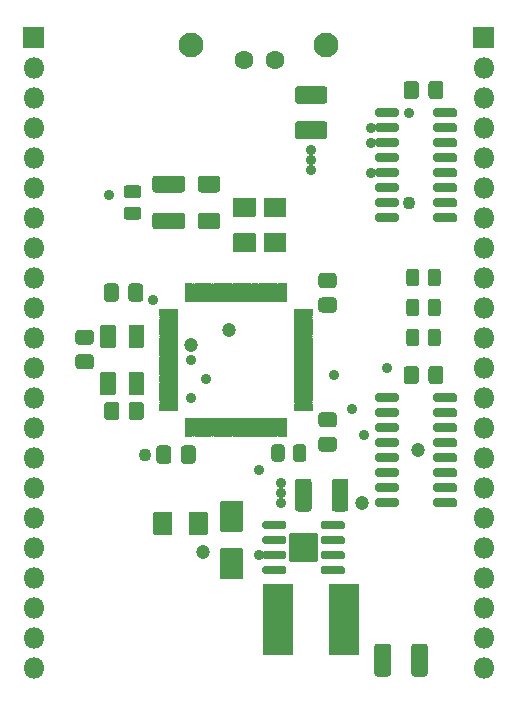
<source format=gbr>
%TF.GenerationSoftware,KiCad,Pcbnew,(5.1.7)-1*%
%TF.CreationDate,2021-01-12T16:12:08+01:00*%
%TF.ProjectId,slckb,736c636b-622e-46b6-9963-61645f706362,rev?*%
%TF.SameCoordinates,Original*%
%TF.FileFunction,Soldermask,Top*%
%TF.FilePolarity,Negative*%
%FSLAX46Y46*%
G04 Gerber Fmt 4.6, Leading zero omitted, Abs format (unit mm)*
G04 Created by KiCad (PCBNEW (5.1.7)-1) date 2021-01-12 16:12:08*
%MOMM*%
%LPD*%
G01*
G04 APERTURE LIST*
%ADD10O,1.800000X1.800000*%
%ADD11C,2.100000*%
%ADD12C,1.600000*%
%ADD13C,0.900000*%
%ADD14C,1.100000*%
%ADD15C,1.200000*%
%ADD16C,0.100000*%
G04 APERTURE END LIST*
G36*
G01*
X204070000Y-81411276D02*
X204070000Y-82418724D01*
G75*
G02*
X203798724Y-82690000I-271276J0D01*
G01*
X203066276Y-82690000D01*
G75*
G02*
X202795000Y-82418724I0J271276D01*
G01*
X202795000Y-81411276D01*
G75*
G02*
X203066276Y-81140000I271276J0D01*
G01*
X203798724Y-81140000D01*
G75*
G02*
X204070000Y-81411276I0J-271276D01*
G01*
G37*
G36*
G01*
X206145000Y-81411276D02*
X206145000Y-82418724D01*
G75*
G02*
X205873724Y-82690000I-271276J0D01*
G01*
X205141276Y-82690000D01*
G75*
G02*
X204870000Y-82418724I0J271276D01*
G01*
X204870000Y-81411276D01*
G75*
G02*
X205141276Y-81140000I271276J0D01*
G01*
X205873724Y-81140000D01*
G75*
G02*
X206145000Y-81411276I0J-271276D01*
G01*
G37*
G36*
G01*
X204820000Y-79215612D02*
X204820000Y-78264388D01*
G75*
G02*
X205094388Y-77990000I274388J0D01*
G01*
X205670612Y-77990000D01*
G75*
G02*
X205945000Y-78264388I0J-274388D01*
G01*
X205945000Y-79215612D01*
G75*
G02*
X205670612Y-79490000I-274388J0D01*
G01*
X205094388Y-79490000D01*
G75*
G02*
X204820000Y-79215612I0J274388D01*
G01*
G37*
G36*
G01*
X202995000Y-79215612D02*
X202995000Y-78264388D01*
G75*
G02*
X203269388Y-77990000I274388J0D01*
G01*
X203845612Y-77990000D01*
G75*
G02*
X204120000Y-78264388I0J-274388D01*
G01*
X204120000Y-79215612D01*
G75*
G02*
X203845612Y-79490000I-274388J0D01*
G01*
X203269388Y-79490000D01*
G75*
G02*
X202995000Y-79215612I0J274388D01*
G01*
G37*
G36*
G01*
X204820000Y-76675612D02*
X204820000Y-75724388D01*
G75*
G02*
X205094388Y-75450000I274388J0D01*
G01*
X205670612Y-75450000D01*
G75*
G02*
X205945000Y-75724388I0J-274388D01*
G01*
X205945000Y-76675612D01*
G75*
G02*
X205670612Y-76950000I-274388J0D01*
G01*
X205094388Y-76950000D01*
G75*
G02*
X204820000Y-76675612I0J274388D01*
G01*
G37*
G36*
G01*
X202995000Y-76675612D02*
X202995000Y-75724388D01*
G75*
G02*
X203269388Y-75450000I274388J0D01*
G01*
X203845612Y-75450000D01*
G75*
G02*
X204120000Y-75724388I0J-274388D01*
G01*
X204120000Y-76675612D01*
G75*
G02*
X203845612Y-76950000I-274388J0D01*
G01*
X203269388Y-76950000D01*
G75*
G02*
X202995000Y-76675612I0J274388D01*
G01*
G37*
G36*
G01*
X204820000Y-74135612D02*
X204820000Y-73184388D01*
G75*
G02*
X205094388Y-72910000I274388J0D01*
G01*
X205670612Y-72910000D01*
G75*
G02*
X205945000Y-73184388I0J-274388D01*
G01*
X205945000Y-74135612D01*
G75*
G02*
X205670612Y-74410000I-274388J0D01*
G01*
X205094388Y-74410000D01*
G75*
G02*
X204820000Y-74135612I0J274388D01*
G01*
G37*
G36*
G01*
X202995000Y-74135612D02*
X202995000Y-73184388D01*
G75*
G02*
X203269388Y-72910000I274388J0D01*
G01*
X203845612Y-72910000D01*
G75*
G02*
X204120000Y-73184388I0J-274388D01*
G01*
X204120000Y-74135612D01*
G75*
G02*
X203845612Y-74410000I-274388J0D01*
G01*
X203269388Y-74410000D01*
G75*
G02*
X202995000Y-74135612I0J274388D01*
G01*
G37*
G36*
G01*
X179356388Y-65835000D02*
X180307612Y-65835000D01*
G75*
G02*
X180582000Y-66109388I0J-274388D01*
G01*
X180582000Y-66685612D01*
G75*
G02*
X180307612Y-66960000I-274388J0D01*
G01*
X179356388Y-66960000D01*
G75*
G02*
X179082000Y-66685612I0J274388D01*
G01*
X179082000Y-66109388D01*
G75*
G02*
X179356388Y-65835000I274388J0D01*
G01*
G37*
G36*
G01*
X179356388Y-67660000D02*
X180307612Y-67660000D01*
G75*
G02*
X180582000Y-67934388I0J-274388D01*
G01*
X180582000Y-68510612D01*
G75*
G02*
X180307612Y-68785000I-274388J0D01*
G01*
X179356388Y-68785000D01*
G75*
G02*
X179082000Y-68510612I0J274388D01*
G01*
X179082000Y-67934388D01*
G75*
G02*
X179356388Y-67660000I274388J0D01*
G01*
G37*
G36*
G01*
X192713500Y-88043388D02*
X192713500Y-88994612D01*
G75*
G02*
X192439112Y-89269000I-274388J0D01*
G01*
X191862888Y-89269000D01*
G75*
G02*
X191588500Y-88994612I0J274388D01*
G01*
X191588500Y-88043388D01*
G75*
G02*
X191862888Y-87769000I274388J0D01*
G01*
X192439112Y-87769000D01*
G75*
G02*
X192713500Y-88043388I0J-274388D01*
G01*
G37*
G36*
G01*
X194538500Y-88043388D02*
X194538500Y-88994612D01*
G75*
G02*
X194264112Y-89269000I-274388J0D01*
G01*
X193687888Y-89269000D01*
G75*
G02*
X193413500Y-88994612I0J274388D01*
G01*
X193413500Y-88043388D01*
G75*
G02*
X193687888Y-87769000I274388J0D01*
G01*
X194264112Y-87769000D01*
G75*
G02*
X194538500Y-88043388I0J-274388D01*
G01*
G37*
D10*
X209550000Y-106680000D03*
X209550000Y-104140000D03*
X209550000Y-101600000D03*
X209550000Y-99060000D03*
X209550000Y-96520000D03*
X209550000Y-93980000D03*
X209550000Y-91440000D03*
X209550000Y-88900000D03*
X209550000Y-86360000D03*
X209550000Y-83820000D03*
X209550000Y-81280000D03*
X209550000Y-78740000D03*
X209550000Y-76200000D03*
X209550000Y-73660000D03*
X209550000Y-71120000D03*
X209550000Y-68580000D03*
X209550000Y-66040000D03*
X209550000Y-63500000D03*
X209550000Y-60960000D03*
X209550000Y-58420000D03*
X209550000Y-55880000D03*
G36*
G01*
X208650000Y-54190000D02*
X208650000Y-52490000D01*
G75*
G02*
X208700000Y-52440000I50000J0D01*
G01*
X210400000Y-52440000D01*
G75*
G02*
X210450000Y-52490000I0J-50000D01*
G01*
X210450000Y-54190000D01*
G75*
G02*
X210400000Y-54240000I-50000J0D01*
G01*
X208700000Y-54240000D01*
G75*
G02*
X208650000Y-54190000I0J50000D01*
G01*
G37*
X171450000Y-106680000D03*
X171450000Y-104140000D03*
X171450000Y-101600000D03*
X171450000Y-99060000D03*
X171450000Y-96520000D03*
X171450000Y-93980000D03*
X171450000Y-91440000D03*
X171450000Y-88900000D03*
X171450000Y-86360000D03*
X171450000Y-83820000D03*
X171450000Y-81280000D03*
X171450000Y-78740000D03*
X171450000Y-76200000D03*
X171450000Y-73660000D03*
X171450000Y-71120000D03*
X171450000Y-68580000D03*
X171450000Y-66040000D03*
X171450000Y-63500000D03*
X171450000Y-60960000D03*
X171450000Y-58420000D03*
X171450000Y-55880000D03*
G36*
G01*
X170550000Y-54190000D02*
X170550000Y-52490000D01*
G75*
G02*
X170600000Y-52440000I50000J0D01*
G01*
X172300000Y-52440000D01*
G75*
G02*
X172350000Y-52490000I0J-50000D01*
G01*
X172350000Y-54190000D01*
G75*
G02*
X172300000Y-54240000I-50000J0D01*
G01*
X170600000Y-54240000D01*
G75*
G02*
X170550000Y-54190000I0J50000D01*
G01*
G37*
G36*
G01*
X184596000Y-95388000D02*
X184596000Y-93588000D01*
G75*
G02*
X184646000Y-93538000I50000J0D01*
G01*
X186146000Y-93538000D01*
G75*
G02*
X186196000Y-93588000I0J-50000D01*
G01*
X186196000Y-95388000D01*
G75*
G02*
X186146000Y-95438000I-50000J0D01*
G01*
X184646000Y-95438000D01*
G75*
G02*
X184596000Y-95388000I0J50000D01*
G01*
G37*
G36*
G01*
X181596000Y-95388000D02*
X181596000Y-93588000D01*
G75*
G02*
X181646000Y-93538000I50000J0D01*
G01*
X183146000Y-93538000D01*
G75*
G02*
X183196000Y-93588000I0J-50000D01*
G01*
X183196000Y-95388000D01*
G75*
G02*
X183146000Y-95438000I-50000J0D01*
G01*
X181646000Y-95438000D01*
G75*
G02*
X181596000Y-95388000I0J50000D01*
G01*
G37*
G36*
G01*
X193445000Y-99666000D02*
X193445000Y-105566000D01*
G75*
G02*
X193395000Y-105616000I-50000J0D01*
G01*
X190945000Y-105616000D01*
G75*
G02*
X190895000Y-105566000I0J50000D01*
G01*
X190895000Y-99666000D01*
G75*
G02*
X190945000Y-99616000I50000J0D01*
G01*
X193395000Y-99616000D01*
G75*
G02*
X193445000Y-99666000I0J-50000D01*
G01*
G37*
G36*
G01*
X198995000Y-99666000D02*
X198995000Y-105566000D01*
G75*
G02*
X198945000Y-105616000I-50000J0D01*
G01*
X196495000Y-105616000D01*
G75*
G02*
X196445000Y-105566000I0J50000D01*
G01*
X196445000Y-99666000D01*
G75*
G02*
X196495000Y-99616000I50000J0D01*
G01*
X198945000Y-99616000D01*
G75*
G02*
X198995000Y-99666000I0J-50000D01*
G01*
G37*
G36*
G01*
X187314000Y-96585000D02*
X189114000Y-96585000D01*
G75*
G02*
X189164000Y-96635000I0J-50000D01*
G01*
X189164000Y-99135000D01*
G75*
G02*
X189114000Y-99185000I-50000J0D01*
G01*
X187314000Y-99185000D01*
G75*
G02*
X187264000Y-99135000I0J50000D01*
G01*
X187264000Y-96635000D01*
G75*
G02*
X187314000Y-96585000I50000J0D01*
G01*
G37*
G36*
G01*
X187314000Y-92585000D02*
X189114000Y-92585000D01*
G75*
G02*
X189164000Y-92635000I0J-50000D01*
G01*
X189164000Y-95135000D01*
G75*
G02*
X189114000Y-95185000I-50000J0D01*
G01*
X187314000Y-95185000D01*
G75*
G02*
X187264000Y-95135000I0J50000D01*
G01*
X187264000Y-92635000D01*
G75*
G02*
X187314000Y-92585000I50000J0D01*
G01*
G37*
G36*
G01*
X203415000Y-107176135D02*
X203415000Y-104913865D01*
G75*
G02*
X203683865Y-104645000I268865J0D01*
G01*
X204571135Y-104645000D01*
G75*
G02*
X204840000Y-104913865I0J-268865D01*
G01*
X204840000Y-107176135D01*
G75*
G02*
X204571135Y-107445000I-268865J0D01*
G01*
X203683865Y-107445000D01*
G75*
G02*
X203415000Y-107176135I0J268865D01*
G01*
G37*
G36*
G01*
X200290000Y-107176135D02*
X200290000Y-104913865D01*
G75*
G02*
X200558865Y-104645000I268865J0D01*
G01*
X201446135Y-104645000D01*
G75*
G02*
X201715000Y-104913865I0J-268865D01*
G01*
X201715000Y-107176135D01*
G75*
G02*
X201446135Y-107445000I-268865J0D01*
G01*
X200558865Y-107445000D01*
G75*
G02*
X200290000Y-107176135I0J268865D01*
G01*
G37*
D11*
X184785000Y-53975000D03*
X196215000Y-53975000D03*
G36*
G01*
X205285000Y-83995000D02*
X205285000Y-83645000D01*
G75*
G02*
X205460000Y-83470000I175000J0D01*
G01*
X207160000Y-83470000D01*
G75*
G02*
X207335000Y-83645000I0J-175000D01*
G01*
X207335000Y-83995000D01*
G75*
G02*
X207160000Y-84170000I-175000J0D01*
G01*
X205460000Y-84170000D01*
G75*
G02*
X205285000Y-83995000I0J175000D01*
G01*
G37*
G36*
G01*
X205285000Y-85265000D02*
X205285000Y-84915000D01*
G75*
G02*
X205460000Y-84740000I175000J0D01*
G01*
X207160000Y-84740000D01*
G75*
G02*
X207335000Y-84915000I0J-175000D01*
G01*
X207335000Y-85265000D01*
G75*
G02*
X207160000Y-85440000I-175000J0D01*
G01*
X205460000Y-85440000D01*
G75*
G02*
X205285000Y-85265000I0J175000D01*
G01*
G37*
G36*
G01*
X205285000Y-86535000D02*
X205285000Y-86185000D01*
G75*
G02*
X205460000Y-86010000I175000J0D01*
G01*
X207160000Y-86010000D01*
G75*
G02*
X207335000Y-86185000I0J-175000D01*
G01*
X207335000Y-86535000D01*
G75*
G02*
X207160000Y-86710000I-175000J0D01*
G01*
X205460000Y-86710000D01*
G75*
G02*
X205285000Y-86535000I0J175000D01*
G01*
G37*
G36*
G01*
X205285000Y-87805000D02*
X205285000Y-87455000D01*
G75*
G02*
X205460000Y-87280000I175000J0D01*
G01*
X207160000Y-87280000D01*
G75*
G02*
X207335000Y-87455000I0J-175000D01*
G01*
X207335000Y-87805000D01*
G75*
G02*
X207160000Y-87980000I-175000J0D01*
G01*
X205460000Y-87980000D01*
G75*
G02*
X205285000Y-87805000I0J175000D01*
G01*
G37*
G36*
G01*
X205285000Y-89075000D02*
X205285000Y-88725000D01*
G75*
G02*
X205460000Y-88550000I175000J0D01*
G01*
X207160000Y-88550000D01*
G75*
G02*
X207335000Y-88725000I0J-175000D01*
G01*
X207335000Y-89075000D01*
G75*
G02*
X207160000Y-89250000I-175000J0D01*
G01*
X205460000Y-89250000D01*
G75*
G02*
X205285000Y-89075000I0J175000D01*
G01*
G37*
G36*
G01*
X205285000Y-90345000D02*
X205285000Y-89995000D01*
G75*
G02*
X205460000Y-89820000I175000J0D01*
G01*
X207160000Y-89820000D01*
G75*
G02*
X207335000Y-89995000I0J-175000D01*
G01*
X207335000Y-90345000D01*
G75*
G02*
X207160000Y-90520000I-175000J0D01*
G01*
X205460000Y-90520000D01*
G75*
G02*
X205285000Y-90345000I0J175000D01*
G01*
G37*
G36*
G01*
X205285000Y-91615000D02*
X205285000Y-91265000D01*
G75*
G02*
X205460000Y-91090000I175000J0D01*
G01*
X207160000Y-91090000D01*
G75*
G02*
X207335000Y-91265000I0J-175000D01*
G01*
X207335000Y-91615000D01*
G75*
G02*
X207160000Y-91790000I-175000J0D01*
G01*
X205460000Y-91790000D01*
G75*
G02*
X205285000Y-91615000I0J175000D01*
G01*
G37*
G36*
G01*
X205285000Y-92885000D02*
X205285000Y-92535000D01*
G75*
G02*
X205460000Y-92360000I175000J0D01*
G01*
X207160000Y-92360000D01*
G75*
G02*
X207335000Y-92535000I0J-175000D01*
G01*
X207335000Y-92885000D01*
G75*
G02*
X207160000Y-93060000I-175000J0D01*
G01*
X205460000Y-93060000D01*
G75*
G02*
X205285000Y-92885000I0J175000D01*
G01*
G37*
G36*
G01*
X200335000Y-92885000D02*
X200335000Y-92535000D01*
G75*
G02*
X200510000Y-92360000I175000J0D01*
G01*
X202210000Y-92360000D01*
G75*
G02*
X202385000Y-92535000I0J-175000D01*
G01*
X202385000Y-92885000D01*
G75*
G02*
X202210000Y-93060000I-175000J0D01*
G01*
X200510000Y-93060000D01*
G75*
G02*
X200335000Y-92885000I0J175000D01*
G01*
G37*
G36*
G01*
X200335000Y-91615000D02*
X200335000Y-91265000D01*
G75*
G02*
X200510000Y-91090000I175000J0D01*
G01*
X202210000Y-91090000D01*
G75*
G02*
X202385000Y-91265000I0J-175000D01*
G01*
X202385000Y-91615000D01*
G75*
G02*
X202210000Y-91790000I-175000J0D01*
G01*
X200510000Y-91790000D01*
G75*
G02*
X200335000Y-91615000I0J175000D01*
G01*
G37*
G36*
G01*
X200335000Y-90345000D02*
X200335000Y-89995000D01*
G75*
G02*
X200510000Y-89820000I175000J0D01*
G01*
X202210000Y-89820000D01*
G75*
G02*
X202385000Y-89995000I0J-175000D01*
G01*
X202385000Y-90345000D01*
G75*
G02*
X202210000Y-90520000I-175000J0D01*
G01*
X200510000Y-90520000D01*
G75*
G02*
X200335000Y-90345000I0J175000D01*
G01*
G37*
G36*
G01*
X200335000Y-89075000D02*
X200335000Y-88725000D01*
G75*
G02*
X200510000Y-88550000I175000J0D01*
G01*
X202210000Y-88550000D01*
G75*
G02*
X202385000Y-88725000I0J-175000D01*
G01*
X202385000Y-89075000D01*
G75*
G02*
X202210000Y-89250000I-175000J0D01*
G01*
X200510000Y-89250000D01*
G75*
G02*
X200335000Y-89075000I0J175000D01*
G01*
G37*
G36*
G01*
X200335000Y-87805000D02*
X200335000Y-87455000D01*
G75*
G02*
X200510000Y-87280000I175000J0D01*
G01*
X202210000Y-87280000D01*
G75*
G02*
X202385000Y-87455000I0J-175000D01*
G01*
X202385000Y-87805000D01*
G75*
G02*
X202210000Y-87980000I-175000J0D01*
G01*
X200510000Y-87980000D01*
G75*
G02*
X200335000Y-87805000I0J175000D01*
G01*
G37*
G36*
G01*
X200335000Y-86535000D02*
X200335000Y-86185000D01*
G75*
G02*
X200510000Y-86010000I175000J0D01*
G01*
X202210000Y-86010000D01*
G75*
G02*
X202385000Y-86185000I0J-175000D01*
G01*
X202385000Y-86535000D01*
G75*
G02*
X202210000Y-86710000I-175000J0D01*
G01*
X200510000Y-86710000D01*
G75*
G02*
X200335000Y-86535000I0J175000D01*
G01*
G37*
G36*
G01*
X200335000Y-85265000D02*
X200335000Y-84915000D01*
G75*
G02*
X200510000Y-84740000I175000J0D01*
G01*
X202210000Y-84740000D01*
G75*
G02*
X202385000Y-84915000I0J-175000D01*
G01*
X202385000Y-85265000D01*
G75*
G02*
X202210000Y-85440000I-175000J0D01*
G01*
X200510000Y-85440000D01*
G75*
G02*
X200335000Y-85265000I0J175000D01*
G01*
G37*
G36*
G01*
X200335000Y-83995000D02*
X200335000Y-83645000D01*
G75*
G02*
X200510000Y-83470000I175000J0D01*
G01*
X202210000Y-83470000D01*
G75*
G02*
X202385000Y-83645000I0J-175000D01*
G01*
X202385000Y-83995000D01*
G75*
G02*
X202210000Y-84170000I-175000J0D01*
G01*
X200510000Y-84170000D01*
G75*
G02*
X200335000Y-83995000I0J175000D01*
G01*
G37*
D12*
X189294999Y-55245000D03*
X191895001Y-55245000D03*
G36*
G01*
X183115000Y-88142276D02*
X183115000Y-89149724D01*
G75*
G02*
X182843724Y-89421000I-271276J0D01*
G01*
X182111276Y-89421000D01*
G75*
G02*
X181840000Y-89149724I0J271276D01*
G01*
X181840000Y-88142276D01*
G75*
G02*
X182111276Y-87871000I271276J0D01*
G01*
X182843724Y-87871000D01*
G75*
G02*
X183115000Y-88142276I0J-271276D01*
G01*
G37*
G36*
G01*
X185190000Y-88142276D02*
X185190000Y-89149724D01*
G75*
G02*
X184918724Y-89421000I-271276J0D01*
G01*
X184186276Y-89421000D01*
G75*
G02*
X183915000Y-89149724I0J271276D01*
G01*
X183915000Y-88142276D01*
G75*
G02*
X184186276Y-87871000I271276J0D01*
G01*
X184918724Y-87871000D01*
G75*
G02*
X185190000Y-88142276I0J-271276D01*
G01*
G37*
G36*
G01*
X196845724Y-74545000D02*
X195838276Y-74545000D01*
G75*
G02*
X195567000Y-74273724I0J271276D01*
G01*
X195567000Y-73541276D01*
G75*
G02*
X195838276Y-73270000I271276J0D01*
G01*
X196845724Y-73270000D01*
G75*
G02*
X197117000Y-73541276I0J-271276D01*
G01*
X197117000Y-74273724D01*
G75*
G02*
X196845724Y-74545000I-271276J0D01*
G01*
G37*
G36*
G01*
X196845724Y-76620000D02*
X195838276Y-76620000D01*
G75*
G02*
X195567000Y-76348724I0J271276D01*
G01*
X195567000Y-75616276D01*
G75*
G02*
X195838276Y-75345000I271276J0D01*
G01*
X196845724Y-75345000D01*
G75*
G02*
X197117000Y-75616276I0J-271276D01*
G01*
X197117000Y-76348724D01*
G75*
G02*
X196845724Y-76620000I-271276J0D01*
G01*
G37*
G36*
G01*
X178670000Y-74426276D02*
X178670000Y-75433724D01*
G75*
G02*
X178398724Y-75705000I-271276J0D01*
G01*
X177666276Y-75705000D01*
G75*
G02*
X177395000Y-75433724I0J271276D01*
G01*
X177395000Y-74426276D01*
G75*
G02*
X177666276Y-74155000I271276J0D01*
G01*
X178398724Y-74155000D01*
G75*
G02*
X178670000Y-74426276I0J-271276D01*
G01*
G37*
G36*
G01*
X180745000Y-74426276D02*
X180745000Y-75433724D01*
G75*
G02*
X180473724Y-75705000I-271276J0D01*
G01*
X179741276Y-75705000D01*
G75*
G02*
X179470000Y-75433724I0J271276D01*
G01*
X179470000Y-74426276D01*
G75*
G02*
X179741276Y-74155000I271276J0D01*
G01*
X180473724Y-74155000D01*
G75*
G02*
X180745000Y-74426276I0J-271276D01*
G01*
G37*
G36*
G01*
X195838276Y-87141000D02*
X196845724Y-87141000D01*
G75*
G02*
X197117000Y-87412276I0J-271276D01*
G01*
X197117000Y-88144724D01*
G75*
G02*
X196845724Y-88416000I-271276J0D01*
G01*
X195838276Y-88416000D01*
G75*
G02*
X195567000Y-88144724I0J271276D01*
G01*
X195567000Y-87412276D01*
G75*
G02*
X195838276Y-87141000I271276J0D01*
G01*
G37*
G36*
G01*
X195838276Y-85066000D02*
X196845724Y-85066000D01*
G75*
G02*
X197117000Y-85337276I0J-271276D01*
G01*
X197117000Y-86069724D01*
G75*
G02*
X196845724Y-86341000I-271276J0D01*
G01*
X195838276Y-86341000D01*
G75*
G02*
X195567000Y-86069724I0J271276D01*
G01*
X195567000Y-85337276D01*
G75*
G02*
X195838276Y-85066000I271276J0D01*
G01*
G37*
G36*
G01*
X204070000Y-57281276D02*
X204070000Y-58288724D01*
G75*
G02*
X203798724Y-58560000I-271276J0D01*
G01*
X203066276Y-58560000D01*
G75*
G02*
X202795000Y-58288724I0J271276D01*
G01*
X202795000Y-57281276D01*
G75*
G02*
X203066276Y-57010000I271276J0D01*
G01*
X203798724Y-57010000D01*
G75*
G02*
X204070000Y-57281276I0J-271276D01*
G01*
G37*
G36*
G01*
X206145000Y-57281276D02*
X206145000Y-58288724D01*
G75*
G02*
X205873724Y-58560000I-271276J0D01*
G01*
X205141276Y-58560000D01*
G75*
G02*
X204870000Y-58288724I0J271276D01*
G01*
X204870000Y-57281276D01*
G75*
G02*
X205141276Y-57010000I271276J0D01*
G01*
X205873724Y-57010000D01*
G75*
G02*
X206145000Y-57281276I0J-271276D01*
G01*
G37*
G36*
G01*
X178343000Y-83595000D02*
X177143000Y-83595000D01*
G75*
G02*
X177093000Y-83545000I0J50000D01*
G01*
X177093000Y-81745000D01*
G75*
G02*
X177143000Y-81695000I50000J0D01*
G01*
X178343000Y-81695000D01*
G75*
G02*
X178393000Y-81745000I0J-50000D01*
G01*
X178393000Y-83545000D01*
G75*
G02*
X178343000Y-83595000I-50000J0D01*
G01*
G37*
G36*
G01*
X178343000Y-79595000D02*
X177143000Y-79595000D01*
G75*
G02*
X177093000Y-79545000I0J50000D01*
G01*
X177093000Y-77745000D01*
G75*
G02*
X177143000Y-77695000I50000J0D01*
G01*
X178343000Y-77695000D01*
G75*
G02*
X178393000Y-77745000I0J-50000D01*
G01*
X178393000Y-79545000D01*
G75*
G02*
X178343000Y-79595000I-50000J0D01*
G01*
G37*
G36*
G01*
X180743000Y-79595000D02*
X179543000Y-79595000D01*
G75*
G02*
X179493000Y-79545000I0J50000D01*
G01*
X179493000Y-77745000D01*
G75*
G02*
X179543000Y-77695000I50000J0D01*
G01*
X180743000Y-77695000D01*
G75*
G02*
X180793000Y-77745000I0J-50000D01*
G01*
X180793000Y-79545000D01*
G75*
G02*
X180743000Y-79595000I-50000J0D01*
G01*
G37*
G36*
G01*
X180743000Y-83595000D02*
X179543000Y-83595000D01*
G75*
G02*
X179493000Y-83545000I0J50000D01*
G01*
X179493000Y-81745000D01*
G75*
G02*
X179543000Y-81695000I50000J0D01*
G01*
X180743000Y-81695000D01*
G75*
G02*
X180793000Y-81745000I0J-50000D01*
G01*
X180793000Y-83545000D01*
G75*
G02*
X180743000Y-83595000I-50000J0D01*
G01*
G37*
G36*
G01*
X192320000Y-74145000D02*
X192870000Y-74145000D01*
G75*
G02*
X192920000Y-74195000I0J-50000D01*
G01*
X192920000Y-75695000D01*
G75*
G02*
X192870000Y-75745000I-50000J0D01*
G01*
X192320000Y-75745000D01*
G75*
G02*
X192270000Y-75695000I0J50000D01*
G01*
X192270000Y-74195000D01*
G75*
G02*
X192320000Y-74145000I50000J0D01*
G01*
G37*
G36*
G01*
X191520000Y-74145000D02*
X192070000Y-74145000D01*
G75*
G02*
X192120000Y-74195000I0J-50000D01*
G01*
X192120000Y-75695000D01*
G75*
G02*
X192070000Y-75745000I-50000J0D01*
G01*
X191520000Y-75745000D01*
G75*
G02*
X191470000Y-75695000I0J50000D01*
G01*
X191470000Y-74195000D01*
G75*
G02*
X191520000Y-74145000I50000J0D01*
G01*
G37*
G36*
G01*
X190720000Y-74145000D02*
X191270000Y-74145000D01*
G75*
G02*
X191320000Y-74195000I0J-50000D01*
G01*
X191320000Y-75695000D01*
G75*
G02*
X191270000Y-75745000I-50000J0D01*
G01*
X190720000Y-75745000D01*
G75*
G02*
X190670000Y-75695000I0J50000D01*
G01*
X190670000Y-74195000D01*
G75*
G02*
X190720000Y-74145000I50000J0D01*
G01*
G37*
G36*
G01*
X189920000Y-74145000D02*
X190470000Y-74145000D01*
G75*
G02*
X190520000Y-74195000I0J-50000D01*
G01*
X190520000Y-75695000D01*
G75*
G02*
X190470000Y-75745000I-50000J0D01*
G01*
X189920000Y-75745000D01*
G75*
G02*
X189870000Y-75695000I0J50000D01*
G01*
X189870000Y-74195000D01*
G75*
G02*
X189920000Y-74145000I50000J0D01*
G01*
G37*
G36*
G01*
X189120000Y-74145000D02*
X189670000Y-74145000D01*
G75*
G02*
X189720000Y-74195000I0J-50000D01*
G01*
X189720000Y-75695000D01*
G75*
G02*
X189670000Y-75745000I-50000J0D01*
G01*
X189120000Y-75745000D01*
G75*
G02*
X189070000Y-75695000I0J50000D01*
G01*
X189070000Y-74195000D01*
G75*
G02*
X189120000Y-74145000I50000J0D01*
G01*
G37*
G36*
G01*
X188320000Y-74145000D02*
X188870000Y-74145000D01*
G75*
G02*
X188920000Y-74195000I0J-50000D01*
G01*
X188920000Y-75695000D01*
G75*
G02*
X188870000Y-75745000I-50000J0D01*
G01*
X188320000Y-75745000D01*
G75*
G02*
X188270000Y-75695000I0J50000D01*
G01*
X188270000Y-74195000D01*
G75*
G02*
X188320000Y-74145000I50000J0D01*
G01*
G37*
G36*
G01*
X187520000Y-74145000D02*
X188070000Y-74145000D01*
G75*
G02*
X188120000Y-74195000I0J-50000D01*
G01*
X188120000Y-75695000D01*
G75*
G02*
X188070000Y-75745000I-50000J0D01*
G01*
X187520000Y-75745000D01*
G75*
G02*
X187470000Y-75695000I0J50000D01*
G01*
X187470000Y-74195000D01*
G75*
G02*
X187520000Y-74145000I50000J0D01*
G01*
G37*
G36*
G01*
X186720000Y-74145000D02*
X187270000Y-74145000D01*
G75*
G02*
X187320000Y-74195000I0J-50000D01*
G01*
X187320000Y-75695000D01*
G75*
G02*
X187270000Y-75745000I-50000J0D01*
G01*
X186720000Y-75745000D01*
G75*
G02*
X186670000Y-75695000I0J50000D01*
G01*
X186670000Y-74195000D01*
G75*
G02*
X186720000Y-74145000I50000J0D01*
G01*
G37*
G36*
G01*
X185920000Y-74145000D02*
X186470000Y-74145000D01*
G75*
G02*
X186520000Y-74195000I0J-50000D01*
G01*
X186520000Y-75695000D01*
G75*
G02*
X186470000Y-75745000I-50000J0D01*
G01*
X185920000Y-75745000D01*
G75*
G02*
X185870000Y-75695000I0J50000D01*
G01*
X185870000Y-74195000D01*
G75*
G02*
X185920000Y-74145000I50000J0D01*
G01*
G37*
G36*
G01*
X185120000Y-74145000D02*
X185670000Y-74145000D01*
G75*
G02*
X185720000Y-74195000I0J-50000D01*
G01*
X185720000Y-75695000D01*
G75*
G02*
X185670000Y-75745000I-50000J0D01*
G01*
X185120000Y-75745000D01*
G75*
G02*
X185070000Y-75695000I0J50000D01*
G01*
X185070000Y-74195000D01*
G75*
G02*
X185120000Y-74145000I50000J0D01*
G01*
G37*
G36*
G01*
X184320000Y-74145000D02*
X184870000Y-74145000D01*
G75*
G02*
X184920000Y-74195000I0J-50000D01*
G01*
X184920000Y-75695000D01*
G75*
G02*
X184870000Y-75745000I-50000J0D01*
G01*
X184320000Y-75745000D01*
G75*
G02*
X184270000Y-75695000I0J50000D01*
G01*
X184270000Y-74195000D01*
G75*
G02*
X184320000Y-74145000I50000J0D01*
G01*
G37*
G36*
G01*
X182095000Y-76920000D02*
X182095000Y-76370000D01*
G75*
G02*
X182145000Y-76320000I50000J0D01*
G01*
X183645000Y-76320000D01*
G75*
G02*
X183695000Y-76370000I0J-50000D01*
G01*
X183695000Y-76920000D01*
G75*
G02*
X183645000Y-76970000I-50000J0D01*
G01*
X182145000Y-76970000D01*
G75*
G02*
X182095000Y-76920000I0J50000D01*
G01*
G37*
G36*
G01*
X182095000Y-77720000D02*
X182095000Y-77170000D01*
G75*
G02*
X182145000Y-77120000I50000J0D01*
G01*
X183645000Y-77120000D01*
G75*
G02*
X183695000Y-77170000I0J-50000D01*
G01*
X183695000Y-77720000D01*
G75*
G02*
X183645000Y-77770000I-50000J0D01*
G01*
X182145000Y-77770000D01*
G75*
G02*
X182095000Y-77720000I0J50000D01*
G01*
G37*
G36*
G01*
X182095000Y-78520000D02*
X182095000Y-77970000D01*
G75*
G02*
X182145000Y-77920000I50000J0D01*
G01*
X183645000Y-77920000D01*
G75*
G02*
X183695000Y-77970000I0J-50000D01*
G01*
X183695000Y-78520000D01*
G75*
G02*
X183645000Y-78570000I-50000J0D01*
G01*
X182145000Y-78570000D01*
G75*
G02*
X182095000Y-78520000I0J50000D01*
G01*
G37*
G36*
G01*
X182095000Y-79320000D02*
X182095000Y-78770000D01*
G75*
G02*
X182145000Y-78720000I50000J0D01*
G01*
X183645000Y-78720000D01*
G75*
G02*
X183695000Y-78770000I0J-50000D01*
G01*
X183695000Y-79320000D01*
G75*
G02*
X183645000Y-79370000I-50000J0D01*
G01*
X182145000Y-79370000D01*
G75*
G02*
X182095000Y-79320000I0J50000D01*
G01*
G37*
G36*
G01*
X182095000Y-80120000D02*
X182095000Y-79570000D01*
G75*
G02*
X182145000Y-79520000I50000J0D01*
G01*
X183645000Y-79520000D01*
G75*
G02*
X183695000Y-79570000I0J-50000D01*
G01*
X183695000Y-80120000D01*
G75*
G02*
X183645000Y-80170000I-50000J0D01*
G01*
X182145000Y-80170000D01*
G75*
G02*
X182095000Y-80120000I0J50000D01*
G01*
G37*
G36*
G01*
X182095000Y-80920000D02*
X182095000Y-80370000D01*
G75*
G02*
X182145000Y-80320000I50000J0D01*
G01*
X183645000Y-80320000D01*
G75*
G02*
X183695000Y-80370000I0J-50000D01*
G01*
X183695000Y-80920000D01*
G75*
G02*
X183645000Y-80970000I-50000J0D01*
G01*
X182145000Y-80970000D01*
G75*
G02*
X182095000Y-80920000I0J50000D01*
G01*
G37*
G36*
G01*
X182095000Y-81720000D02*
X182095000Y-81170000D01*
G75*
G02*
X182145000Y-81120000I50000J0D01*
G01*
X183645000Y-81120000D01*
G75*
G02*
X183695000Y-81170000I0J-50000D01*
G01*
X183695000Y-81720000D01*
G75*
G02*
X183645000Y-81770000I-50000J0D01*
G01*
X182145000Y-81770000D01*
G75*
G02*
X182095000Y-81720000I0J50000D01*
G01*
G37*
G36*
G01*
X182095000Y-82520000D02*
X182095000Y-81970000D01*
G75*
G02*
X182145000Y-81920000I50000J0D01*
G01*
X183645000Y-81920000D01*
G75*
G02*
X183695000Y-81970000I0J-50000D01*
G01*
X183695000Y-82520000D01*
G75*
G02*
X183645000Y-82570000I-50000J0D01*
G01*
X182145000Y-82570000D01*
G75*
G02*
X182095000Y-82520000I0J50000D01*
G01*
G37*
G36*
G01*
X182095000Y-83320000D02*
X182095000Y-82770000D01*
G75*
G02*
X182145000Y-82720000I50000J0D01*
G01*
X183645000Y-82720000D01*
G75*
G02*
X183695000Y-82770000I0J-50000D01*
G01*
X183695000Y-83320000D01*
G75*
G02*
X183645000Y-83370000I-50000J0D01*
G01*
X182145000Y-83370000D01*
G75*
G02*
X182095000Y-83320000I0J50000D01*
G01*
G37*
G36*
G01*
X182095000Y-84120000D02*
X182095000Y-83570000D01*
G75*
G02*
X182145000Y-83520000I50000J0D01*
G01*
X183645000Y-83520000D01*
G75*
G02*
X183695000Y-83570000I0J-50000D01*
G01*
X183695000Y-84120000D01*
G75*
G02*
X183645000Y-84170000I-50000J0D01*
G01*
X182145000Y-84170000D01*
G75*
G02*
X182095000Y-84120000I0J50000D01*
G01*
G37*
G36*
G01*
X182095000Y-84920000D02*
X182095000Y-84370000D01*
G75*
G02*
X182145000Y-84320000I50000J0D01*
G01*
X183645000Y-84320000D01*
G75*
G02*
X183695000Y-84370000I0J-50000D01*
G01*
X183695000Y-84920000D01*
G75*
G02*
X183645000Y-84970000I-50000J0D01*
G01*
X182145000Y-84970000D01*
G75*
G02*
X182095000Y-84920000I0J50000D01*
G01*
G37*
G36*
G01*
X184320000Y-85545000D02*
X184870000Y-85545000D01*
G75*
G02*
X184920000Y-85595000I0J-50000D01*
G01*
X184920000Y-87095000D01*
G75*
G02*
X184870000Y-87145000I-50000J0D01*
G01*
X184320000Y-87145000D01*
G75*
G02*
X184270000Y-87095000I0J50000D01*
G01*
X184270000Y-85595000D01*
G75*
G02*
X184320000Y-85545000I50000J0D01*
G01*
G37*
G36*
G01*
X185120000Y-85545000D02*
X185670000Y-85545000D01*
G75*
G02*
X185720000Y-85595000I0J-50000D01*
G01*
X185720000Y-87095000D01*
G75*
G02*
X185670000Y-87145000I-50000J0D01*
G01*
X185120000Y-87145000D01*
G75*
G02*
X185070000Y-87095000I0J50000D01*
G01*
X185070000Y-85595000D01*
G75*
G02*
X185120000Y-85545000I50000J0D01*
G01*
G37*
G36*
G01*
X185920000Y-85545000D02*
X186470000Y-85545000D01*
G75*
G02*
X186520000Y-85595000I0J-50000D01*
G01*
X186520000Y-87095000D01*
G75*
G02*
X186470000Y-87145000I-50000J0D01*
G01*
X185920000Y-87145000D01*
G75*
G02*
X185870000Y-87095000I0J50000D01*
G01*
X185870000Y-85595000D01*
G75*
G02*
X185920000Y-85545000I50000J0D01*
G01*
G37*
G36*
G01*
X186720000Y-85545000D02*
X187270000Y-85545000D01*
G75*
G02*
X187320000Y-85595000I0J-50000D01*
G01*
X187320000Y-87095000D01*
G75*
G02*
X187270000Y-87145000I-50000J0D01*
G01*
X186720000Y-87145000D01*
G75*
G02*
X186670000Y-87095000I0J50000D01*
G01*
X186670000Y-85595000D01*
G75*
G02*
X186720000Y-85545000I50000J0D01*
G01*
G37*
G36*
G01*
X187520000Y-85545000D02*
X188070000Y-85545000D01*
G75*
G02*
X188120000Y-85595000I0J-50000D01*
G01*
X188120000Y-87095000D01*
G75*
G02*
X188070000Y-87145000I-50000J0D01*
G01*
X187520000Y-87145000D01*
G75*
G02*
X187470000Y-87095000I0J50000D01*
G01*
X187470000Y-85595000D01*
G75*
G02*
X187520000Y-85545000I50000J0D01*
G01*
G37*
G36*
G01*
X188320000Y-85545000D02*
X188870000Y-85545000D01*
G75*
G02*
X188920000Y-85595000I0J-50000D01*
G01*
X188920000Y-87095000D01*
G75*
G02*
X188870000Y-87145000I-50000J0D01*
G01*
X188320000Y-87145000D01*
G75*
G02*
X188270000Y-87095000I0J50000D01*
G01*
X188270000Y-85595000D01*
G75*
G02*
X188320000Y-85545000I50000J0D01*
G01*
G37*
G36*
G01*
X189120000Y-85545000D02*
X189670000Y-85545000D01*
G75*
G02*
X189720000Y-85595000I0J-50000D01*
G01*
X189720000Y-87095000D01*
G75*
G02*
X189670000Y-87145000I-50000J0D01*
G01*
X189120000Y-87145000D01*
G75*
G02*
X189070000Y-87095000I0J50000D01*
G01*
X189070000Y-85595000D01*
G75*
G02*
X189120000Y-85545000I50000J0D01*
G01*
G37*
G36*
G01*
X189920000Y-85545000D02*
X190470000Y-85545000D01*
G75*
G02*
X190520000Y-85595000I0J-50000D01*
G01*
X190520000Y-87095000D01*
G75*
G02*
X190470000Y-87145000I-50000J0D01*
G01*
X189920000Y-87145000D01*
G75*
G02*
X189870000Y-87095000I0J50000D01*
G01*
X189870000Y-85595000D01*
G75*
G02*
X189920000Y-85545000I50000J0D01*
G01*
G37*
G36*
G01*
X190720000Y-85545000D02*
X191270000Y-85545000D01*
G75*
G02*
X191320000Y-85595000I0J-50000D01*
G01*
X191320000Y-87095000D01*
G75*
G02*
X191270000Y-87145000I-50000J0D01*
G01*
X190720000Y-87145000D01*
G75*
G02*
X190670000Y-87095000I0J50000D01*
G01*
X190670000Y-85595000D01*
G75*
G02*
X190720000Y-85545000I50000J0D01*
G01*
G37*
G36*
G01*
X191520000Y-85545000D02*
X192070000Y-85545000D01*
G75*
G02*
X192120000Y-85595000I0J-50000D01*
G01*
X192120000Y-87095000D01*
G75*
G02*
X192070000Y-87145000I-50000J0D01*
G01*
X191520000Y-87145000D01*
G75*
G02*
X191470000Y-87095000I0J50000D01*
G01*
X191470000Y-85595000D01*
G75*
G02*
X191520000Y-85545000I50000J0D01*
G01*
G37*
G36*
G01*
X192320000Y-85545000D02*
X192870000Y-85545000D01*
G75*
G02*
X192920000Y-85595000I0J-50000D01*
G01*
X192920000Y-87095000D01*
G75*
G02*
X192870000Y-87145000I-50000J0D01*
G01*
X192320000Y-87145000D01*
G75*
G02*
X192270000Y-87095000I0J50000D01*
G01*
X192270000Y-85595000D01*
G75*
G02*
X192320000Y-85545000I50000J0D01*
G01*
G37*
G36*
G01*
X193495000Y-84920000D02*
X193495000Y-84370000D01*
G75*
G02*
X193545000Y-84320000I50000J0D01*
G01*
X195045000Y-84320000D01*
G75*
G02*
X195095000Y-84370000I0J-50000D01*
G01*
X195095000Y-84920000D01*
G75*
G02*
X195045000Y-84970000I-50000J0D01*
G01*
X193545000Y-84970000D01*
G75*
G02*
X193495000Y-84920000I0J50000D01*
G01*
G37*
G36*
G01*
X193495000Y-84120000D02*
X193495000Y-83570000D01*
G75*
G02*
X193545000Y-83520000I50000J0D01*
G01*
X195045000Y-83520000D01*
G75*
G02*
X195095000Y-83570000I0J-50000D01*
G01*
X195095000Y-84120000D01*
G75*
G02*
X195045000Y-84170000I-50000J0D01*
G01*
X193545000Y-84170000D01*
G75*
G02*
X193495000Y-84120000I0J50000D01*
G01*
G37*
G36*
G01*
X193495000Y-83320000D02*
X193495000Y-82770000D01*
G75*
G02*
X193545000Y-82720000I50000J0D01*
G01*
X195045000Y-82720000D01*
G75*
G02*
X195095000Y-82770000I0J-50000D01*
G01*
X195095000Y-83320000D01*
G75*
G02*
X195045000Y-83370000I-50000J0D01*
G01*
X193545000Y-83370000D01*
G75*
G02*
X193495000Y-83320000I0J50000D01*
G01*
G37*
G36*
G01*
X193495000Y-82520000D02*
X193495000Y-81970000D01*
G75*
G02*
X193545000Y-81920000I50000J0D01*
G01*
X195045000Y-81920000D01*
G75*
G02*
X195095000Y-81970000I0J-50000D01*
G01*
X195095000Y-82520000D01*
G75*
G02*
X195045000Y-82570000I-50000J0D01*
G01*
X193545000Y-82570000D01*
G75*
G02*
X193495000Y-82520000I0J50000D01*
G01*
G37*
G36*
G01*
X193495000Y-81720000D02*
X193495000Y-81170000D01*
G75*
G02*
X193545000Y-81120000I50000J0D01*
G01*
X195045000Y-81120000D01*
G75*
G02*
X195095000Y-81170000I0J-50000D01*
G01*
X195095000Y-81720000D01*
G75*
G02*
X195045000Y-81770000I-50000J0D01*
G01*
X193545000Y-81770000D01*
G75*
G02*
X193495000Y-81720000I0J50000D01*
G01*
G37*
G36*
G01*
X193495000Y-80920000D02*
X193495000Y-80370000D01*
G75*
G02*
X193545000Y-80320000I50000J0D01*
G01*
X195045000Y-80320000D01*
G75*
G02*
X195095000Y-80370000I0J-50000D01*
G01*
X195095000Y-80920000D01*
G75*
G02*
X195045000Y-80970000I-50000J0D01*
G01*
X193545000Y-80970000D01*
G75*
G02*
X193495000Y-80920000I0J50000D01*
G01*
G37*
G36*
G01*
X193495000Y-80120000D02*
X193495000Y-79570000D01*
G75*
G02*
X193545000Y-79520000I50000J0D01*
G01*
X195045000Y-79520000D01*
G75*
G02*
X195095000Y-79570000I0J-50000D01*
G01*
X195095000Y-80120000D01*
G75*
G02*
X195045000Y-80170000I-50000J0D01*
G01*
X193545000Y-80170000D01*
G75*
G02*
X193495000Y-80120000I0J50000D01*
G01*
G37*
G36*
G01*
X193495000Y-79320000D02*
X193495000Y-78770000D01*
G75*
G02*
X193545000Y-78720000I50000J0D01*
G01*
X195045000Y-78720000D01*
G75*
G02*
X195095000Y-78770000I0J-50000D01*
G01*
X195095000Y-79320000D01*
G75*
G02*
X195045000Y-79370000I-50000J0D01*
G01*
X193545000Y-79370000D01*
G75*
G02*
X193495000Y-79320000I0J50000D01*
G01*
G37*
G36*
G01*
X193495000Y-78520000D02*
X193495000Y-77970000D01*
G75*
G02*
X193545000Y-77920000I50000J0D01*
G01*
X195045000Y-77920000D01*
G75*
G02*
X195095000Y-77970000I0J-50000D01*
G01*
X195095000Y-78520000D01*
G75*
G02*
X195045000Y-78570000I-50000J0D01*
G01*
X193545000Y-78570000D01*
G75*
G02*
X193495000Y-78520000I0J50000D01*
G01*
G37*
G36*
G01*
X193495000Y-77720000D02*
X193495000Y-77170000D01*
G75*
G02*
X193545000Y-77120000I50000J0D01*
G01*
X195045000Y-77120000D01*
G75*
G02*
X195095000Y-77170000I0J-50000D01*
G01*
X195095000Y-77720000D01*
G75*
G02*
X195045000Y-77770000I-50000J0D01*
G01*
X193545000Y-77770000D01*
G75*
G02*
X193495000Y-77720000I0J50000D01*
G01*
G37*
G36*
G01*
X193495000Y-76920000D02*
X193495000Y-76370000D01*
G75*
G02*
X193545000Y-76320000I50000J0D01*
G01*
X195045000Y-76320000D01*
G75*
G02*
X195095000Y-76370000I0J-50000D01*
G01*
X195095000Y-76920000D01*
G75*
G02*
X195045000Y-76970000I-50000J0D01*
G01*
X193545000Y-76970000D01*
G75*
G02*
X193495000Y-76920000I0J50000D01*
G01*
G37*
G36*
G01*
X205285000Y-59865000D02*
X205285000Y-59515000D01*
G75*
G02*
X205460000Y-59340000I175000J0D01*
G01*
X207160000Y-59340000D01*
G75*
G02*
X207335000Y-59515000I0J-175000D01*
G01*
X207335000Y-59865000D01*
G75*
G02*
X207160000Y-60040000I-175000J0D01*
G01*
X205460000Y-60040000D01*
G75*
G02*
X205285000Y-59865000I0J175000D01*
G01*
G37*
G36*
G01*
X205285000Y-61135000D02*
X205285000Y-60785000D01*
G75*
G02*
X205460000Y-60610000I175000J0D01*
G01*
X207160000Y-60610000D01*
G75*
G02*
X207335000Y-60785000I0J-175000D01*
G01*
X207335000Y-61135000D01*
G75*
G02*
X207160000Y-61310000I-175000J0D01*
G01*
X205460000Y-61310000D01*
G75*
G02*
X205285000Y-61135000I0J175000D01*
G01*
G37*
G36*
G01*
X205285000Y-62405000D02*
X205285000Y-62055000D01*
G75*
G02*
X205460000Y-61880000I175000J0D01*
G01*
X207160000Y-61880000D01*
G75*
G02*
X207335000Y-62055000I0J-175000D01*
G01*
X207335000Y-62405000D01*
G75*
G02*
X207160000Y-62580000I-175000J0D01*
G01*
X205460000Y-62580000D01*
G75*
G02*
X205285000Y-62405000I0J175000D01*
G01*
G37*
G36*
G01*
X205285000Y-63675000D02*
X205285000Y-63325000D01*
G75*
G02*
X205460000Y-63150000I175000J0D01*
G01*
X207160000Y-63150000D01*
G75*
G02*
X207335000Y-63325000I0J-175000D01*
G01*
X207335000Y-63675000D01*
G75*
G02*
X207160000Y-63850000I-175000J0D01*
G01*
X205460000Y-63850000D01*
G75*
G02*
X205285000Y-63675000I0J175000D01*
G01*
G37*
G36*
G01*
X205285000Y-64945000D02*
X205285000Y-64595000D01*
G75*
G02*
X205460000Y-64420000I175000J0D01*
G01*
X207160000Y-64420000D01*
G75*
G02*
X207335000Y-64595000I0J-175000D01*
G01*
X207335000Y-64945000D01*
G75*
G02*
X207160000Y-65120000I-175000J0D01*
G01*
X205460000Y-65120000D01*
G75*
G02*
X205285000Y-64945000I0J175000D01*
G01*
G37*
G36*
G01*
X205285000Y-66215000D02*
X205285000Y-65865000D01*
G75*
G02*
X205460000Y-65690000I175000J0D01*
G01*
X207160000Y-65690000D01*
G75*
G02*
X207335000Y-65865000I0J-175000D01*
G01*
X207335000Y-66215000D01*
G75*
G02*
X207160000Y-66390000I-175000J0D01*
G01*
X205460000Y-66390000D01*
G75*
G02*
X205285000Y-66215000I0J175000D01*
G01*
G37*
G36*
G01*
X205285000Y-67485000D02*
X205285000Y-67135000D01*
G75*
G02*
X205460000Y-66960000I175000J0D01*
G01*
X207160000Y-66960000D01*
G75*
G02*
X207335000Y-67135000I0J-175000D01*
G01*
X207335000Y-67485000D01*
G75*
G02*
X207160000Y-67660000I-175000J0D01*
G01*
X205460000Y-67660000D01*
G75*
G02*
X205285000Y-67485000I0J175000D01*
G01*
G37*
G36*
G01*
X205285000Y-68755000D02*
X205285000Y-68405000D01*
G75*
G02*
X205460000Y-68230000I175000J0D01*
G01*
X207160000Y-68230000D01*
G75*
G02*
X207335000Y-68405000I0J-175000D01*
G01*
X207335000Y-68755000D01*
G75*
G02*
X207160000Y-68930000I-175000J0D01*
G01*
X205460000Y-68930000D01*
G75*
G02*
X205285000Y-68755000I0J175000D01*
G01*
G37*
G36*
G01*
X200335000Y-68755000D02*
X200335000Y-68405000D01*
G75*
G02*
X200510000Y-68230000I175000J0D01*
G01*
X202210000Y-68230000D01*
G75*
G02*
X202385000Y-68405000I0J-175000D01*
G01*
X202385000Y-68755000D01*
G75*
G02*
X202210000Y-68930000I-175000J0D01*
G01*
X200510000Y-68930000D01*
G75*
G02*
X200335000Y-68755000I0J175000D01*
G01*
G37*
G36*
G01*
X200335000Y-67485000D02*
X200335000Y-67135000D01*
G75*
G02*
X200510000Y-66960000I175000J0D01*
G01*
X202210000Y-66960000D01*
G75*
G02*
X202385000Y-67135000I0J-175000D01*
G01*
X202385000Y-67485000D01*
G75*
G02*
X202210000Y-67660000I-175000J0D01*
G01*
X200510000Y-67660000D01*
G75*
G02*
X200335000Y-67485000I0J175000D01*
G01*
G37*
G36*
G01*
X200335000Y-66215000D02*
X200335000Y-65865000D01*
G75*
G02*
X200510000Y-65690000I175000J0D01*
G01*
X202210000Y-65690000D01*
G75*
G02*
X202385000Y-65865000I0J-175000D01*
G01*
X202385000Y-66215000D01*
G75*
G02*
X202210000Y-66390000I-175000J0D01*
G01*
X200510000Y-66390000D01*
G75*
G02*
X200335000Y-66215000I0J175000D01*
G01*
G37*
G36*
G01*
X200335000Y-64945000D02*
X200335000Y-64595000D01*
G75*
G02*
X200510000Y-64420000I175000J0D01*
G01*
X202210000Y-64420000D01*
G75*
G02*
X202385000Y-64595000I0J-175000D01*
G01*
X202385000Y-64945000D01*
G75*
G02*
X202210000Y-65120000I-175000J0D01*
G01*
X200510000Y-65120000D01*
G75*
G02*
X200335000Y-64945000I0J175000D01*
G01*
G37*
G36*
G01*
X200335000Y-63675000D02*
X200335000Y-63325000D01*
G75*
G02*
X200510000Y-63150000I175000J0D01*
G01*
X202210000Y-63150000D01*
G75*
G02*
X202385000Y-63325000I0J-175000D01*
G01*
X202385000Y-63675000D01*
G75*
G02*
X202210000Y-63850000I-175000J0D01*
G01*
X200510000Y-63850000D01*
G75*
G02*
X200335000Y-63675000I0J175000D01*
G01*
G37*
G36*
G01*
X200335000Y-62405000D02*
X200335000Y-62055000D01*
G75*
G02*
X200510000Y-61880000I175000J0D01*
G01*
X202210000Y-61880000D01*
G75*
G02*
X202385000Y-62055000I0J-175000D01*
G01*
X202385000Y-62405000D01*
G75*
G02*
X202210000Y-62580000I-175000J0D01*
G01*
X200510000Y-62580000D01*
G75*
G02*
X200335000Y-62405000I0J175000D01*
G01*
G37*
G36*
G01*
X200335000Y-61135000D02*
X200335000Y-60785000D01*
G75*
G02*
X200510000Y-60610000I175000J0D01*
G01*
X202210000Y-60610000D01*
G75*
G02*
X202385000Y-60785000I0J-175000D01*
G01*
X202385000Y-61135000D01*
G75*
G02*
X202210000Y-61310000I-175000J0D01*
G01*
X200510000Y-61310000D01*
G75*
G02*
X200335000Y-61135000I0J175000D01*
G01*
G37*
G36*
G01*
X200335000Y-59865000D02*
X200335000Y-59515000D01*
G75*
G02*
X200510000Y-59340000I175000J0D01*
G01*
X202210000Y-59340000D01*
G75*
G02*
X202385000Y-59515000I0J-175000D01*
G01*
X202385000Y-59865000D01*
G75*
G02*
X202210000Y-60040000I-175000J0D01*
G01*
X200510000Y-60040000D01*
G75*
G02*
X200335000Y-59865000I0J175000D01*
G01*
G37*
G36*
G01*
X192795001Y-68515000D02*
X190995001Y-68515000D01*
G75*
G02*
X190945001Y-68465000I0J50000D01*
G01*
X190945001Y-66965000D01*
G75*
G02*
X190995001Y-66915000I50000J0D01*
G01*
X192795001Y-66915000D01*
G75*
G02*
X192845001Y-66965000I0J-50000D01*
G01*
X192845001Y-68465000D01*
G75*
G02*
X192795001Y-68515000I-50000J0D01*
G01*
G37*
G36*
G01*
X192795001Y-71515000D02*
X190995001Y-71515000D01*
G75*
G02*
X190945001Y-71465000I0J50000D01*
G01*
X190945001Y-69965000D01*
G75*
G02*
X190995001Y-69915000I50000J0D01*
G01*
X192795001Y-69915000D01*
G75*
G02*
X192845001Y-69965000I0J-50000D01*
G01*
X192845001Y-71465000D01*
G75*
G02*
X192795001Y-71515000I-50000J0D01*
G01*
G37*
G36*
G01*
X190194999Y-68515000D02*
X188394999Y-68515000D01*
G75*
G02*
X188344999Y-68465000I0J50000D01*
G01*
X188344999Y-66965000D01*
G75*
G02*
X188394999Y-66915000I50000J0D01*
G01*
X190194999Y-66915000D01*
G75*
G02*
X190244999Y-66965000I0J-50000D01*
G01*
X190244999Y-68465000D01*
G75*
G02*
X190194999Y-68515000I-50000J0D01*
G01*
G37*
G36*
G01*
X190194999Y-71515000D02*
X188394999Y-71515000D01*
G75*
G02*
X188344999Y-71465000I0J50000D01*
G01*
X188344999Y-69965000D01*
G75*
G02*
X188394999Y-69915000I50000J0D01*
G01*
X190194999Y-69915000D01*
G75*
G02*
X190244999Y-69965000I0J-50000D01*
G01*
X190244999Y-71465000D01*
G75*
G02*
X190194999Y-71515000I-50000J0D01*
G01*
G37*
G36*
G01*
X196052457Y-58965000D02*
X193837543Y-58965000D01*
G75*
G02*
X193570000Y-58697457I0J267543D01*
G01*
X193570000Y-57707543D01*
G75*
G02*
X193837543Y-57440000I267543J0D01*
G01*
X196052457Y-57440000D01*
G75*
G02*
X196320000Y-57707543I0J-267543D01*
G01*
X196320000Y-58697457D01*
G75*
G02*
X196052457Y-58965000I-267543J0D01*
G01*
G37*
G36*
G01*
X196052457Y-61940000D02*
X193837543Y-61940000D01*
G75*
G02*
X193570000Y-61672457I0J267543D01*
G01*
X193570000Y-60682543D01*
G75*
G02*
X193837543Y-60415000I267543J0D01*
G01*
X196052457Y-60415000D01*
G75*
G02*
X196320000Y-60682543I0J-267543D01*
G01*
X196320000Y-61672457D01*
G75*
G02*
X196052457Y-61940000I-267543J0D01*
G01*
G37*
G36*
G01*
X186990135Y-69585000D02*
X185627865Y-69585000D01*
G75*
G02*
X185359000Y-69316135I0J268865D01*
G01*
X185359000Y-68428865D01*
G75*
G02*
X185627865Y-68160000I268865J0D01*
G01*
X186990135Y-68160000D01*
G75*
G02*
X187259000Y-68428865I0J-268865D01*
G01*
X187259000Y-69316135D01*
G75*
G02*
X186990135Y-69585000I-268865J0D01*
G01*
G37*
G36*
G01*
X186990135Y-66460000D02*
X185627865Y-66460000D01*
G75*
G02*
X185359000Y-66191135I0J268865D01*
G01*
X185359000Y-65303865D01*
G75*
G02*
X185627865Y-65035000I268865J0D01*
G01*
X186990135Y-65035000D01*
G75*
G02*
X187259000Y-65303865I0J-268865D01*
G01*
X187259000Y-66191135D01*
G75*
G02*
X186990135Y-66460000I-268865J0D01*
G01*
G37*
G36*
G01*
X184011135Y-66460000D02*
X181748865Y-66460000D01*
G75*
G02*
X181480000Y-66191135I0J268865D01*
G01*
X181480000Y-65303865D01*
G75*
G02*
X181748865Y-65035000I268865J0D01*
G01*
X184011135Y-65035000D01*
G75*
G02*
X184280000Y-65303865I0J-268865D01*
G01*
X184280000Y-66191135D01*
G75*
G02*
X184011135Y-66460000I-268865J0D01*
G01*
G37*
G36*
G01*
X184011135Y-69585000D02*
X181748865Y-69585000D01*
G75*
G02*
X181480000Y-69316135I0J268865D01*
G01*
X181480000Y-68428865D01*
G75*
G02*
X181748865Y-68160000I268865J0D01*
G01*
X184011135Y-68160000D01*
G75*
G02*
X184280000Y-68428865I0J-268865D01*
G01*
X184280000Y-69316135D01*
G75*
G02*
X184011135Y-69585000I-268865J0D01*
G01*
G37*
G36*
G01*
X176271724Y-81431000D02*
X175264276Y-81431000D01*
G75*
G02*
X174993000Y-81159724I0J271276D01*
G01*
X174993000Y-80427276D01*
G75*
G02*
X175264276Y-80156000I271276J0D01*
G01*
X176271724Y-80156000D01*
G75*
G02*
X176543000Y-80427276I0J-271276D01*
G01*
X176543000Y-81159724D01*
G75*
G02*
X176271724Y-81431000I-271276J0D01*
G01*
G37*
G36*
G01*
X176271724Y-79356000D02*
X175264276Y-79356000D01*
G75*
G02*
X174993000Y-79084724I0J271276D01*
G01*
X174993000Y-78352276D01*
G75*
G02*
X175264276Y-78081000I271276J0D01*
G01*
X176271724Y-78081000D01*
G75*
G02*
X176543000Y-78352276I0J-271276D01*
G01*
X176543000Y-79084724D01*
G75*
G02*
X176271724Y-79356000I-271276J0D01*
G01*
G37*
G36*
G01*
X178705500Y-84459276D02*
X178705500Y-85466724D01*
G75*
G02*
X178434224Y-85738000I-271276J0D01*
G01*
X177701776Y-85738000D01*
G75*
G02*
X177430500Y-85466724I0J271276D01*
G01*
X177430500Y-84459276D01*
G75*
G02*
X177701776Y-84188000I271276J0D01*
G01*
X178434224Y-84188000D01*
G75*
G02*
X178705500Y-84459276I0J-271276D01*
G01*
G37*
G36*
G01*
X180780500Y-84459276D02*
X180780500Y-85466724D01*
G75*
G02*
X180509224Y-85738000I-271276J0D01*
G01*
X179776776Y-85738000D01*
G75*
G02*
X179505500Y-85466724I0J271276D01*
G01*
X179505500Y-84459276D01*
G75*
G02*
X179776776Y-84188000I271276J0D01*
G01*
X180509224Y-84188000D01*
G75*
G02*
X180780500Y-84459276I0J-271276D01*
G01*
G37*
G36*
G01*
X193110000Y-97670000D02*
X193110000Y-95370000D01*
G75*
G02*
X193160000Y-95320000I50000J0D01*
G01*
X195460000Y-95320000D01*
G75*
G02*
X195510000Y-95370000I0J-50000D01*
G01*
X195510000Y-97670000D01*
G75*
G02*
X195460000Y-97720000I-50000J0D01*
G01*
X193160000Y-97720000D01*
G75*
G02*
X193110000Y-97670000I0J50000D01*
G01*
G37*
G36*
G01*
X195760000Y-94790000D02*
X195760000Y-94440000D01*
G75*
G02*
X195935000Y-94265000I175000J0D01*
G01*
X197635000Y-94265000D01*
G75*
G02*
X197810000Y-94440000I0J-175000D01*
G01*
X197810000Y-94790000D01*
G75*
G02*
X197635000Y-94965000I-175000J0D01*
G01*
X195935000Y-94965000D01*
G75*
G02*
X195760000Y-94790000I0J175000D01*
G01*
G37*
G36*
G01*
X195760000Y-96060000D02*
X195760000Y-95710000D01*
G75*
G02*
X195935000Y-95535000I175000J0D01*
G01*
X197635000Y-95535000D01*
G75*
G02*
X197810000Y-95710000I0J-175000D01*
G01*
X197810000Y-96060000D01*
G75*
G02*
X197635000Y-96235000I-175000J0D01*
G01*
X195935000Y-96235000D01*
G75*
G02*
X195760000Y-96060000I0J175000D01*
G01*
G37*
G36*
G01*
X195760000Y-97330000D02*
X195760000Y-96980000D01*
G75*
G02*
X195935000Y-96805000I175000J0D01*
G01*
X197635000Y-96805000D01*
G75*
G02*
X197810000Y-96980000I0J-175000D01*
G01*
X197810000Y-97330000D01*
G75*
G02*
X197635000Y-97505000I-175000J0D01*
G01*
X195935000Y-97505000D01*
G75*
G02*
X195760000Y-97330000I0J175000D01*
G01*
G37*
G36*
G01*
X195760000Y-98600000D02*
X195760000Y-98250000D01*
G75*
G02*
X195935000Y-98075000I175000J0D01*
G01*
X197635000Y-98075000D01*
G75*
G02*
X197810000Y-98250000I0J-175000D01*
G01*
X197810000Y-98600000D01*
G75*
G02*
X197635000Y-98775000I-175000J0D01*
G01*
X195935000Y-98775000D01*
G75*
G02*
X195760000Y-98600000I0J175000D01*
G01*
G37*
G36*
G01*
X190810000Y-98600000D02*
X190810000Y-98250000D01*
G75*
G02*
X190985000Y-98075000I175000J0D01*
G01*
X192685000Y-98075000D01*
G75*
G02*
X192860000Y-98250000I0J-175000D01*
G01*
X192860000Y-98600000D01*
G75*
G02*
X192685000Y-98775000I-175000J0D01*
G01*
X190985000Y-98775000D01*
G75*
G02*
X190810000Y-98600000I0J175000D01*
G01*
G37*
G36*
G01*
X190810000Y-97330000D02*
X190810000Y-96980000D01*
G75*
G02*
X190985000Y-96805000I175000J0D01*
G01*
X192685000Y-96805000D01*
G75*
G02*
X192860000Y-96980000I0J-175000D01*
G01*
X192860000Y-97330000D01*
G75*
G02*
X192685000Y-97505000I-175000J0D01*
G01*
X190985000Y-97505000D01*
G75*
G02*
X190810000Y-97330000I0J175000D01*
G01*
G37*
G36*
G01*
X190810000Y-96060000D02*
X190810000Y-95710000D01*
G75*
G02*
X190985000Y-95535000I175000J0D01*
G01*
X192685000Y-95535000D01*
G75*
G02*
X192860000Y-95710000I0J-175000D01*
G01*
X192860000Y-96060000D01*
G75*
G02*
X192685000Y-96235000I-175000J0D01*
G01*
X190985000Y-96235000D01*
G75*
G02*
X190810000Y-96060000I0J175000D01*
G01*
G37*
G36*
G01*
X190810000Y-94790000D02*
X190810000Y-94440000D01*
G75*
G02*
X190985000Y-94265000I175000J0D01*
G01*
X192685000Y-94265000D01*
G75*
G02*
X192860000Y-94440000I0J-175000D01*
G01*
X192860000Y-94790000D01*
G75*
G02*
X192685000Y-94965000I-175000J0D01*
G01*
X190985000Y-94965000D01*
G75*
G02*
X190810000Y-94790000I0J175000D01*
G01*
G37*
G36*
G01*
X196684000Y-93206135D02*
X196684000Y-90943865D01*
G75*
G02*
X196952865Y-90675000I268865J0D01*
G01*
X197840135Y-90675000D01*
G75*
G02*
X198109000Y-90943865I0J-268865D01*
G01*
X198109000Y-93206135D01*
G75*
G02*
X197840135Y-93475000I-268865J0D01*
G01*
X196952865Y-93475000D01*
G75*
G02*
X196684000Y-93206135I0J268865D01*
G01*
G37*
G36*
G01*
X193559000Y-93206135D02*
X193559000Y-90943865D01*
G75*
G02*
X193827865Y-90675000I268865J0D01*
G01*
X194715135Y-90675000D01*
G75*
G02*
X194984000Y-90943865I0J-268865D01*
G01*
X194984000Y-93206135D01*
G75*
G02*
X194715135Y-93475000I-268865J0D01*
G01*
X193827865Y-93475000D01*
G75*
G02*
X193559000Y-93206135I0J268865D01*
G01*
G37*
D13*
X193675000Y-95885000D03*
X194945000Y-97155000D03*
X193675000Y-97155000D03*
X194310000Y-96520000D03*
X194945000Y-95885000D03*
D14*
X180848000Y-88646000D03*
D15*
X184785000Y-79375000D03*
X187960000Y-78105000D03*
X185801000Y-96901000D03*
X203962000Y-88265000D03*
X199263000Y-92710000D03*
D13*
X194945000Y-63690500D03*
X194945000Y-64516000D03*
X192405000Y-91884500D03*
X192405000Y-91059000D03*
X192405000Y-92710000D03*
X194945000Y-62865000D03*
X181544998Y-75565000D03*
X177800000Y-66675000D03*
X199390000Y-86995000D03*
X200025000Y-64770000D03*
X198437500Y-84772500D03*
X200025000Y-62230000D03*
X196850000Y-81915000D03*
X200025000Y-60960000D03*
X203200000Y-59690000D03*
X201360000Y-81280000D03*
X190500000Y-97155000D03*
X190500000Y-89916000D03*
X184785000Y-83820000D03*
X186055000Y-82245000D03*
X184785000Y-80645000D03*
D14*
X203200000Y-67310000D03*
D16*
G36*
X192271732Y-85544000D02*
G01*
X192272000Y-85545000D01*
X192272000Y-87145000D01*
X192271000Y-87146732D01*
X192270000Y-87147000D01*
X192120000Y-87147000D01*
X192118268Y-87146000D01*
X192118000Y-87145000D01*
X192118000Y-85547000D01*
X191472000Y-85547000D01*
X191472000Y-87145000D01*
X191471000Y-87146732D01*
X191470000Y-87147000D01*
X191320000Y-87147000D01*
X191318268Y-87146000D01*
X191318000Y-87145000D01*
X191318000Y-85547000D01*
X190672000Y-85547000D01*
X190672000Y-87145000D01*
X190671000Y-87146732D01*
X190670000Y-87147000D01*
X190520000Y-87147000D01*
X190518268Y-87146000D01*
X190518000Y-87145000D01*
X190518000Y-85547000D01*
X189872000Y-85547000D01*
X189872000Y-87145000D01*
X189871000Y-87146732D01*
X189870000Y-87147000D01*
X189720000Y-87147000D01*
X189718268Y-87146000D01*
X189718000Y-87145000D01*
X189718000Y-85547000D01*
X189072000Y-85547000D01*
X189072000Y-87145000D01*
X189071000Y-87146732D01*
X189070000Y-87147000D01*
X188920000Y-87147000D01*
X188918268Y-87146000D01*
X188918000Y-87145000D01*
X188918000Y-85547000D01*
X188272000Y-85547000D01*
X188272000Y-87145000D01*
X188271000Y-87146732D01*
X188270000Y-87147000D01*
X188120000Y-87147000D01*
X188118268Y-87146000D01*
X188118000Y-87145000D01*
X188118000Y-85547000D01*
X187472000Y-85547000D01*
X187472000Y-87145000D01*
X187471000Y-87146732D01*
X187470000Y-87147000D01*
X187320000Y-87147000D01*
X187318268Y-87146000D01*
X187318000Y-87145000D01*
X187318000Y-85547000D01*
X186672000Y-85547000D01*
X186672000Y-87145000D01*
X186671000Y-87146732D01*
X186670000Y-87147000D01*
X186520000Y-87147000D01*
X186518268Y-87146000D01*
X186518000Y-87145000D01*
X186518000Y-85547000D01*
X185872000Y-85547000D01*
X185872000Y-87145000D01*
X185871000Y-87146732D01*
X185870000Y-87147000D01*
X185720000Y-87147000D01*
X185718268Y-87146000D01*
X185718000Y-87145000D01*
X185718000Y-85547000D01*
X185072000Y-85547000D01*
X185072000Y-87145000D01*
X185071000Y-87146732D01*
X185070000Y-87147000D01*
X184920000Y-87147000D01*
X184918268Y-87146000D01*
X184918000Y-87145000D01*
X184918000Y-85545000D01*
X184919000Y-85543268D01*
X184920000Y-85543000D01*
X192270000Y-85543000D01*
X192271732Y-85544000D01*
G37*
G36*
X195096732Y-84169000D02*
G01*
X195097000Y-84170000D01*
X195097000Y-84320000D01*
X195096000Y-84321732D01*
X195095000Y-84322000D01*
X193495000Y-84322000D01*
X193493268Y-84321000D01*
X193493000Y-84320000D01*
X193493000Y-84170000D01*
X193494000Y-84168268D01*
X193495000Y-84168000D01*
X195095000Y-84168000D01*
X195096732Y-84169000D01*
G37*
G36*
X183696732Y-84169000D02*
G01*
X183697000Y-84170000D01*
X183697000Y-84320000D01*
X183696000Y-84321732D01*
X183695000Y-84322000D01*
X182095000Y-84322000D01*
X182093268Y-84321000D01*
X182093000Y-84320000D01*
X182093000Y-84170000D01*
X182094000Y-84168268D01*
X182095000Y-84168000D01*
X183695000Y-84168000D01*
X183696732Y-84169000D01*
G37*
G36*
X183696732Y-83369000D02*
G01*
X183697000Y-83370000D01*
X183697000Y-83520000D01*
X183696000Y-83521732D01*
X183695000Y-83522000D01*
X182095000Y-83522000D01*
X182093268Y-83521000D01*
X182093000Y-83520000D01*
X182093000Y-83370000D01*
X182094000Y-83368268D01*
X182095000Y-83368000D01*
X183695000Y-83368000D01*
X183696732Y-83369000D01*
G37*
G36*
X195096732Y-83369000D02*
G01*
X195097000Y-83370000D01*
X195097000Y-83520000D01*
X195096000Y-83521732D01*
X195095000Y-83522000D01*
X193495000Y-83522000D01*
X193493268Y-83521000D01*
X193493000Y-83520000D01*
X193493000Y-83370000D01*
X193494000Y-83368268D01*
X193495000Y-83368000D01*
X195095000Y-83368000D01*
X195096732Y-83369000D01*
G37*
G36*
X195096732Y-82569000D02*
G01*
X195097000Y-82570000D01*
X195097000Y-82720000D01*
X195096000Y-82721732D01*
X195095000Y-82722000D01*
X193495000Y-82722000D01*
X193493268Y-82721000D01*
X193493000Y-82720000D01*
X193493000Y-82570000D01*
X193494000Y-82568268D01*
X193495000Y-82568000D01*
X195095000Y-82568000D01*
X195096732Y-82569000D01*
G37*
G36*
X183696732Y-82569000D02*
G01*
X183697000Y-82570000D01*
X183697000Y-82720000D01*
X183696000Y-82721732D01*
X183695000Y-82722000D01*
X182095000Y-82722000D01*
X182093268Y-82721000D01*
X182093000Y-82720000D01*
X182093000Y-82570000D01*
X182094000Y-82568268D01*
X182095000Y-82568000D01*
X183695000Y-82568000D01*
X183696732Y-82569000D01*
G37*
G36*
X195096732Y-81769000D02*
G01*
X195097000Y-81770000D01*
X195097000Y-81920000D01*
X195096000Y-81921732D01*
X195095000Y-81922000D01*
X193495000Y-81922000D01*
X193493268Y-81921000D01*
X193493000Y-81920000D01*
X193493000Y-81770000D01*
X193494000Y-81768268D01*
X193495000Y-81768000D01*
X195095000Y-81768000D01*
X195096732Y-81769000D01*
G37*
G36*
X183696732Y-81769000D02*
G01*
X183697000Y-81770000D01*
X183697000Y-81920000D01*
X183696000Y-81921732D01*
X183695000Y-81922000D01*
X182095000Y-81922000D01*
X182093268Y-81921000D01*
X182093000Y-81920000D01*
X182093000Y-81770000D01*
X182094000Y-81768268D01*
X182095000Y-81768000D01*
X183695000Y-81768000D01*
X183696732Y-81769000D01*
G37*
G36*
X183696732Y-80969000D02*
G01*
X183697000Y-80970000D01*
X183697000Y-81120000D01*
X183696000Y-81121732D01*
X183695000Y-81122000D01*
X182095000Y-81122000D01*
X182093268Y-81121000D01*
X182093000Y-81120000D01*
X182093000Y-80970000D01*
X182094000Y-80968268D01*
X182095000Y-80968000D01*
X183695000Y-80968000D01*
X183696732Y-80969000D01*
G37*
G36*
X195096732Y-80969000D02*
G01*
X195097000Y-80970000D01*
X195097000Y-81120000D01*
X195096000Y-81121732D01*
X195095000Y-81122000D01*
X193495000Y-81122000D01*
X193493268Y-81121000D01*
X193493000Y-81120000D01*
X193493000Y-80970000D01*
X193494000Y-80968268D01*
X193495000Y-80968000D01*
X195095000Y-80968000D01*
X195096732Y-80969000D01*
G37*
G36*
X195096732Y-80169000D02*
G01*
X195097000Y-80170000D01*
X195097000Y-80320000D01*
X195096000Y-80321732D01*
X195095000Y-80322000D01*
X193495000Y-80322000D01*
X193493268Y-80321000D01*
X193493000Y-80320000D01*
X193493000Y-80170000D01*
X193494000Y-80168268D01*
X193495000Y-80168000D01*
X195095000Y-80168000D01*
X195096732Y-80169000D01*
G37*
G36*
X183696732Y-80169000D02*
G01*
X183697000Y-80170000D01*
X183697000Y-80320000D01*
X183696000Y-80321732D01*
X183695000Y-80322000D01*
X182095000Y-80322000D01*
X182093268Y-80321000D01*
X182093000Y-80320000D01*
X182093000Y-80170000D01*
X182094000Y-80168268D01*
X182095000Y-80168000D01*
X183695000Y-80168000D01*
X183696732Y-80169000D01*
G37*
G36*
X195096732Y-79369000D02*
G01*
X195097000Y-79370000D01*
X195097000Y-79520000D01*
X195096000Y-79521732D01*
X195095000Y-79522000D01*
X193495000Y-79522000D01*
X193493268Y-79521000D01*
X193493000Y-79520000D01*
X193493000Y-79370000D01*
X193494000Y-79368268D01*
X193495000Y-79368000D01*
X195095000Y-79368000D01*
X195096732Y-79369000D01*
G37*
G36*
X183696732Y-79369000D02*
G01*
X183697000Y-79370000D01*
X183697000Y-79520000D01*
X183696000Y-79521732D01*
X183695000Y-79522000D01*
X182095000Y-79522000D01*
X182093268Y-79521000D01*
X182093000Y-79520000D01*
X182093000Y-79370000D01*
X182094000Y-79368268D01*
X182095000Y-79368000D01*
X183695000Y-79368000D01*
X183696732Y-79369000D01*
G37*
G36*
X183696732Y-78569000D02*
G01*
X183697000Y-78570000D01*
X183697000Y-78720000D01*
X183696000Y-78721732D01*
X183695000Y-78722000D01*
X182095000Y-78722000D01*
X182093268Y-78721000D01*
X182093000Y-78720000D01*
X182093000Y-78570000D01*
X182094000Y-78568268D01*
X182095000Y-78568000D01*
X183695000Y-78568000D01*
X183696732Y-78569000D01*
G37*
G36*
X195096732Y-78569000D02*
G01*
X195097000Y-78570000D01*
X195097000Y-78720000D01*
X195096000Y-78721732D01*
X195095000Y-78722000D01*
X193495000Y-78722000D01*
X193493268Y-78721000D01*
X193493000Y-78720000D01*
X193493000Y-78570000D01*
X193494000Y-78568268D01*
X193495000Y-78568000D01*
X195095000Y-78568000D01*
X195096732Y-78569000D01*
G37*
G36*
X183696732Y-77769000D02*
G01*
X183697000Y-77770000D01*
X183697000Y-77920000D01*
X183696000Y-77921732D01*
X183695000Y-77922000D01*
X182095000Y-77922000D01*
X182093268Y-77921000D01*
X182093000Y-77920000D01*
X182093000Y-77770000D01*
X182094000Y-77768268D01*
X182095000Y-77768000D01*
X183695000Y-77768000D01*
X183696732Y-77769000D01*
G37*
G36*
X195096732Y-77769000D02*
G01*
X195097000Y-77770000D01*
X195097000Y-77920000D01*
X195096000Y-77921732D01*
X195095000Y-77922000D01*
X193495000Y-77922000D01*
X193493268Y-77921000D01*
X193493000Y-77920000D01*
X193493000Y-77770000D01*
X193494000Y-77768268D01*
X193495000Y-77768000D01*
X195095000Y-77768000D01*
X195096732Y-77769000D01*
G37*
G36*
X183696732Y-76969000D02*
G01*
X183697000Y-76970000D01*
X183697000Y-77120000D01*
X183696000Y-77121732D01*
X183695000Y-77122000D01*
X182095000Y-77122000D01*
X182093268Y-77121000D01*
X182093000Y-77120000D01*
X182093000Y-76970000D01*
X182094000Y-76968268D01*
X182095000Y-76968000D01*
X183695000Y-76968000D01*
X183696732Y-76969000D01*
G37*
G36*
X195096732Y-76969000D02*
G01*
X195097000Y-76970000D01*
X195097000Y-77120000D01*
X195096000Y-77121732D01*
X195095000Y-77122000D01*
X193495000Y-77122000D01*
X193493268Y-77121000D01*
X193493000Y-77120000D01*
X193493000Y-76970000D01*
X193494000Y-76968268D01*
X193495000Y-76968000D01*
X195095000Y-76968000D01*
X195096732Y-76969000D01*
G37*
G36*
X192271732Y-74144000D02*
G01*
X192272000Y-74145000D01*
X192272000Y-75745000D01*
X192271000Y-75746732D01*
X192270000Y-75747000D01*
X192120000Y-75747000D01*
X192118268Y-75746000D01*
X192118000Y-75745000D01*
X192118000Y-74147000D01*
X191472000Y-74147000D01*
X191472000Y-75745000D01*
X191471000Y-75746732D01*
X191470000Y-75747000D01*
X191320000Y-75747000D01*
X191318268Y-75746000D01*
X191318000Y-75745000D01*
X191318000Y-74147000D01*
X190672000Y-74147000D01*
X190672000Y-75745000D01*
X190671000Y-75746732D01*
X190670000Y-75747000D01*
X190520000Y-75747000D01*
X190518268Y-75746000D01*
X190518000Y-75745000D01*
X190518000Y-74147000D01*
X189872000Y-74147000D01*
X189872000Y-75745000D01*
X189871000Y-75746732D01*
X189870000Y-75747000D01*
X189720000Y-75747000D01*
X189718268Y-75746000D01*
X189718000Y-75745000D01*
X189718000Y-74147000D01*
X189072000Y-74147000D01*
X189072000Y-75745000D01*
X189071000Y-75746732D01*
X189070000Y-75747000D01*
X188920000Y-75747000D01*
X188918268Y-75746000D01*
X188918000Y-75745000D01*
X188918000Y-74147000D01*
X188272000Y-74147000D01*
X188272000Y-75745000D01*
X188271000Y-75746732D01*
X188270000Y-75747000D01*
X188120000Y-75747000D01*
X188118268Y-75746000D01*
X188118000Y-75745000D01*
X188118000Y-74147000D01*
X187472000Y-74147000D01*
X187472000Y-75745000D01*
X187471000Y-75746732D01*
X187470000Y-75747000D01*
X187320000Y-75747000D01*
X187318268Y-75746000D01*
X187318000Y-75745000D01*
X187318000Y-74147000D01*
X186672000Y-74147000D01*
X186672000Y-75745000D01*
X186671000Y-75746732D01*
X186670000Y-75747000D01*
X186520000Y-75747000D01*
X186518268Y-75746000D01*
X186518000Y-75745000D01*
X186518000Y-74147000D01*
X185872000Y-74147000D01*
X185872000Y-75745000D01*
X185871000Y-75746732D01*
X185870000Y-75747000D01*
X185720000Y-75747000D01*
X185718268Y-75746000D01*
X185718000Y-75745000D01*
X185718000Y-74147000D01*
X185072000Y-74147000D01*
X185072000Y-75745000D01*
X185071000Y-75746732D01*
X185070000Y-75747000D01*
X184920000Y-75747000D01*
X184918268Y-75746000D01*
X184918000Y-75745000D01*
X184918000Y-74145000D01*
X184919000Y-74143268D01*
X184920000Y-74143000D01*
X192270000Y-74143000D01*
X192271732Y-74144000D01*
G37*
M02*

</source>
